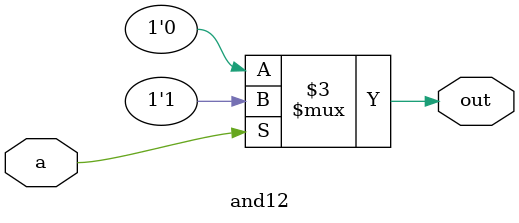
<source format=v>
module and12 (
    input wire a,
    output wire out
);

    always @(*) begin
        case (a)
            1'b0: out = 1'b0;
            default: out = 1'b1;
        endcase
    end

endmodule

</source>
